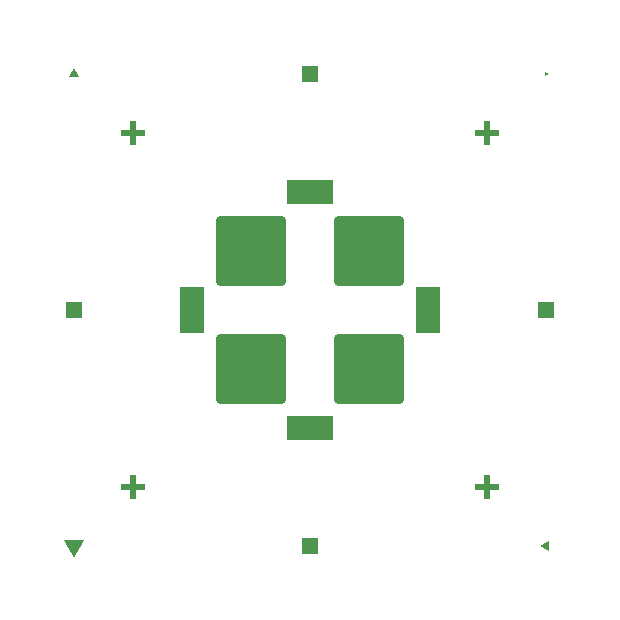
<source format=gbr>
%TF.GenerationSoftware,HUMAN,DominicClifton,8.0.3*%
%TF.CreationDate,2025-04-28T16:25:44+02:00*%
%TF.SameCoordinates,Original*%
%TF.FileFunction,Copper,L4,Bot*%
%TF.FilePolarity,Positive*%
%FSLAX46Y46*%
G04 Gerber Fmt 4.6, Leading zero omitted, Abs format (unit mm)*
%MOMM*%
%LPD*%
G01*
G04 APERTURE LIST*
G04 Aperture macros list*
%AMRoundRect*
0 Rectangle with rounded corners*
0 $1 Rounding radius*
0 $2 $3 $4 $5 $6 $7 $8 $9 X,Y pos of 4 corners*
0 Add a 4 corners polygon primitive as box body*
4,1,4,$2,$3,$4,$5,$6,$7,$8,$9,$2,$3,0*
0 Add four circle primitives for the rounded corners*
1,1,$1+$1,$2,$3*
1,1,$1+$1,$4,$5*
1,1,$1+$1,$6,$7*
1,1,$1+$1,$8,$9*
0 Add four vector-line primitives between the rounded corners*
20,1,$1+$1,$2,$3,$4,$5,0*
20,1,$1+$1,$4,$5,$6,$7,0*
20,1,$1+$1,$6,$7,$8,$9,0*
20,1,$1+$1,$8,$9,$2,$3,0*%
%ADD39RoundRect,X0.500000X-2.500000X-2.500000X2.500000X-2.500000X2.500000X2.500000X-2.500000X2.500000*%
D39*
X005000000Y005000000D03*
X-005000000Y005000000D03*
X005000000Y-005000000D03*
X-005000000Y-005000000D03*
G04 A small circle at the origin*
%ADD100C,0.10*%
D100*
X00000000Y00000000D03*
G04 Four rectangles, 2 along the vertical axis, 2 along the horizontal axis, the center point from each being +/-10mm from the origin.*
G04 the ones along the vertical axis are 4mm (wide) by 2mm (tall) and the ones on the horizontal axis are 2mm (wide) x 4mm (tall)*
%ADD101R,4.00X2.00*%
%ADD102R,2.00X4.00*%
D101*
X00000000Y10000000D03*
X00000000Y-10000000D03*
D102*
X10000000Y00000000D03*
X-10000000Y00000000D03*
%AMVectorPlus*
0 A plus, drown using two vector-lines*
0 $1 Line Width*
0 $2 Width/Height*
0 $3 $4 Center*
0 Add two vector-line primitives between the rounded corners*
20,1,$1,$3-$2,$4,$3+$2,$4,0*
20,1,$1,$3,$4-$2,$3,$4+$2,0*%
%ADD40VectorPlus,X0.500000X1.000000X0.000000X0.000000*%
D40*
X015000000Y015000000D03*
X-015000000Y015000000D03*
X015000000Y-015000000D03*
X-015000000Y-015000000D03*
%AMPolygon*
0 $1 Vertices (3 minimum)*
0 $2 Diameter*
0 $3 $4 Center (X/Y)*
0 $5 Rotation*
5,1,$1,$3,$4,$2,$5*%
%ADD41Polygon,X3X0.500000X0.000000X0.000000X0*%
%ADD42Polygon,X3X1.000000X0.000000X0.000000X90*%
%ADD43Polygon,X3X1.000000X0.000000X0.000000X180*%
%ADD44Polygon,X3X2.000000X0.000000X0.000000X270*%
D41*
X020000000Y020000000D03*
D42*
X-020000000Y020000000D03*
D43*
X020000000Y-020000000D03*
D44*
X-020000000Y-020000000D03*
%ADD45Polygon,X4X2.000000X0.000000X0.000000X45*%
%ADD46Polygon,X4X2.000000X0.000000X0.000000X135*%
%ADD47Polygon,X4X2.000000X0.000000X0.000000X225*%
%ADD48Polygon,X4X2.000000X0.000000X0.000000X315*%
D45*
X020000000Y000000000D03*
D46*
X-020000000Y000000000D03*
D47*
X000000000Y020000000D03*
D48*
X000000000Y-020000000D03*
%AMSTAR5*
0 Parametric 5-point star outline using diameter
0 $1 = outer diameter (from params)
0 $2 = the outer radius
0 $3 = the inner radius
$2=$1x0.5*
$3=$2x0.4*
4,1,10,
$2x0.0000,$2x1.0000,
$3x-0.5878,$3x0.8090,
$2x-0.9511,$2x0.3090,
$3x-0.9511,$3x-0.3090,
$2x-0.5878,$2x-0.8090,
$3x0.0000,$3x-1.0000,
$2x0.5878,$2x-0.8090,
$3x0.9511,$3x-0.3090,
$2x0.9511,$2x0.3090,
$3x0.5878,$3x0.8090,
$2x0.0000,$2x1.0000,
0.1000*%
%ADD50STAR5,X5.000000*%
D50*
X025000000Y025000000D03*
X-025000000Y025000000D03*
X025000000Y-025000000D03*
X-025000000Y-025000000D03*
M02*

</source>
